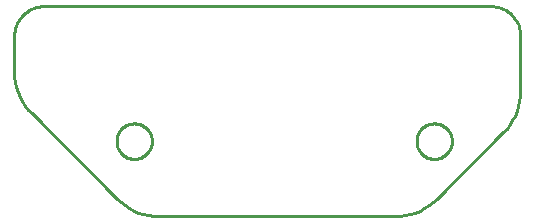
<source format=gbr>
G04 EAGLE Gerber RS-274X export*
G75*
%MOMM*%
%FSLAX34Y34*%
%LPD*%
%IN*%
%IPPOS*%
%AMOC8*
5,1,8,0,0,1.08239X$1,22.5*%
G01*
%ADD10C,0.254000*%


D10*
X165100Y516011D02*
X165290Y511653D01*
X165860Y507328D01*
X166804Y503070D01*
X168115Y498910D01*
X169785Y494880D01*
X171799Y491011D01*
X174142Y487332D01*
X176798Y483871D01*
X179745Y480655D01*
X252055Y408345D01*
X255271Y405398D01*
X258732Y402742D01*
X262411Y400399D01*
X266280Y398385D01*
X270310Y396715D01*
X274470Y395404D01*
X278728Y394460D01*
X283053Y393890D01*
X287411Y393700D01*
X487289Y393700D01*
X491647Y393890D01*
X495972Y394460D01*
X500230Y395404D01*
X504390Y396715D01*
X508420Y398385D01*
X512289Y400399D01*
X515968Y402742D01*
X519429Y405398D01*
X522645Y408345D01*
X578955Y464655D01*
X581902Y467871D01*
X584558Y471332D01*
X586901Y475011D01*
X588915Y478880D01*
X590585Y482910D01*
X591896Y487070D01*
X592840Y491328D01*
X593410Y495653D01*
X593600Y500011D01*
X593600Y546400D01*
X593505Y548579D01*
X593220Y550741D01*
X592748Y552870D01*
X592092Y554951D01*
X591258Y556965D01*
X590251Y558900D01*
X589079Y560739D01*
X587751Y562470D01*
X586278Y564078D01*
X584670Y565551D01*
X582939Y566879D01*
X581100Y568051D01*
X579165Y569058D01*
X577151Y569892D01*
X575070Y570548D01*
X572941Y571020D01*
X570779Y571305D01*
X568600Y571400D01*
X190100Y571400D01*
X187921Y571305D01*
X185759Y571020D01*
X183630Y570548D01*
X181550Y569892D01*
X179535Y569058D01*
X177600Y568051D01*
X175761Y566879D01*
X174030Y565551D01*
X172422Y564078D01*
X170949Y562470D01*
X169621Y560739D01*
X168449Y558900D01*
X167442Y556965D01*
X166608Y554951D01*
X165952Y552870D01*
X165480Y550741D01*
X165195Y548579D01*
X165100Y546400D01*
X165100Y516011D01*
X281700Y456664D02*
X281624Y455596D01*
X281471Y454535D01*
X281243Y453488D01*
X280941Y452460D01*
X280567Y451456D01*
X280122Y450481D01*
X279608Y449541D01*
X279029Y448640D01*
X278387Y447782D01*
X277685Y446972D01*
X276928Y446215D01*
X276118Y445513D01*
X275260Y444871D01*
X274359Y444292D01*
X273419Y443778D01*
X272444Y443333D01*
X271440Y442959D01*
X270412Y442657D01*
X269365Y442429D01*
X268304Y442276D01*
X267236Y442200D01*
X266164Y442200D01*
X265096Y442276D01*
X264035Y442429D01*
X262988Y442657D01*
X261960Y442959D01*
X260956Y443333D01*
X259981Y443778D01*
X259041Y444292D01*
X258140Y444871D01*
X257282Y445513D01*
X256472Y446215D01*
X255715Y446972D01*
X255013Y447782D01*
X254371Y448640D01*
X253792Y449541D01*
X253278Y450481D01*
X252833Y451456D01*
X252459Y452460D01*
X252157Y453488D01*
X251929Y454535D01*
X251776Y455596D01*
X251700Y456664D01*
X251700Y457736D01*
X251776Y458804D01*
X251929Y459865D01*
X252157Y460912D01*
X252459Y461940D01*
X252833Y462944D01*
X253278Y463919D01*
X253792Y464859D01*
X254371Y465760D01*
X255013Y466618D01*
X255715Y467428D01*
X256472Y468185D01*
X257282Y468887D01*
X258140Y469529D01*
X259041Y470108D01*
X259981Y470622D01*
X260956Y471067D01*
X261960Y471441D01*
X262988Y471743D01*
X264035Y471971D01*
X265096Y472124D01*
X266164Y472200D01*
X267236Y472200D01*
X268304Y472124D01*
X269365Y471971D01*
X270412Y471743D01*
X271440Y471441D01*
X272444Y471067D01*
X273419Y470622D01*
X274359Y470108D01*
X275260Y469529D01*
X276118Y468887D01*
X276928Y468185D01*
X277685Y467428D01*
X278387Y466618D01*
X279029Y465760D01*
X279608Y464859D01*
X280122Y463919D01*
X280567Y462944D01*
X280941Y461940D01*
X281243Y460912D01*
X281471Y459865D01*
X281624Y458804D01*
X281700Y457736D01*
X281700Y456664D01*
X535700Y456664D02*
X535624Y455596D01*
X535471Y454535D01*
X535243Y453488D01*
X534941Y452460D01*
X534567Y451456D01*
X534122Y450481D01*
X533608Y449541D01*
X533029Y448640D01*
X532387Y447782D01*
X531685Y446972D01*
X530928Y446215D01*
X530118Y445513D01*
X529260Y444871D01*
X528359Y444292D01*
X527419Y443778D01*
X526444Y443333D01*
X525440Y442959D01*
X524412Y442657D01*
X523365Y442429D01*
X522304Y442276D01*
X521236Y442200D01*
X520164Y442200D01*
X519096Y442276D01*
X518035Y442429D01*
X516988Y442657D01*
X515960Y442959D01*
X514956Y443333D01*
X513981Y443778D01*
X513041Y444292D01*
X512140Y444871D01*
X511282Y445513D01*
X510472Y446215D01*
X509715Y446972D01*
X509013Y447782D01*
X508371Y448640D01*
X507792Y449541D01*
X507278Y450481D01*
X506833Y451456D01*
X506459Y452460D01*
X506157Y453488D01*
X505929Y454535D01*
X505776Y455596D01*
X505700Y456664D01*
X505700Y457736D01*
X505776Y458804D01*
X505929Y459865D01*
X506157Y460912D01*
X506459Y461940D01*
X506833Y462944D01*
X507278Y463919D01*
X507792Y464859D01*
X508371Y465760D01*
X509013Y466618D01*
X509715Y467428D01*
X510472Y468185D01*
X511282Y468887D01*
X512140Y469529D01*
X513041Y470108D01*
X513981Y470622D01*
X514956Y471067D01*
X515960Y471441D01*
X516988Y471743D01*
X518035Y471971D01*
X519096Y472124D01*
X520164Y472200D01*
X521236Y472200D01*
X522304Y472124D01*
X523365Y471971D01*
X524412Y471743D01*
X525440Y471441D01*
X526444Y471067D01*
X527419Y470622D01*
X528359Y470108D01*
X529260Y469529D01*
X530118Y468887D01*
X530928Y468185D01*
X531685Y467428D01*
X532387Y466618D01*
X533029Y465760D01*
X533608Y464859D01*
X534122Y463919D01*
X534567Y462944D01*
X534941Y461940D01*
X535243Y460912D01*
X535471Y459865D01*
X535624Y458804D01*
X535700Y457736D01*
X535700Y456664D01*
M02*

</source>
